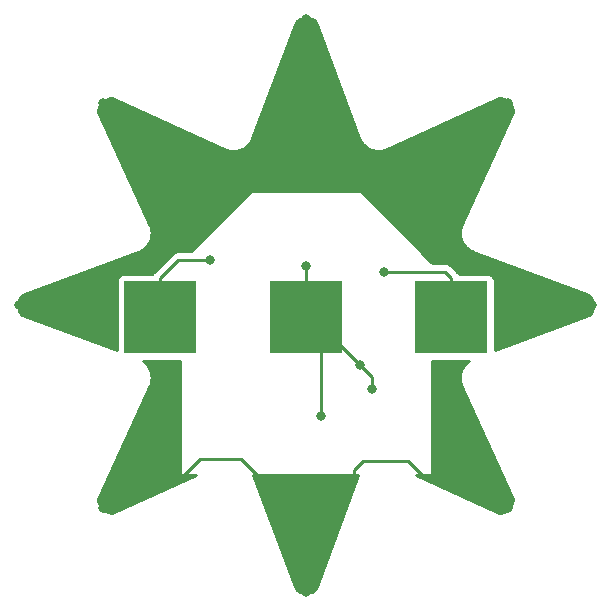
<source format=gbr>
G04 #@! TF.GenerationSoftware,KiCad,Pcbnew,5.1.5-52549c5~86~ubuntu19.04.1*
G04 #@! TF.CreationDate,2020-07-03T08:07:59-07:00*
G04 #@! TF.ProjectId,smd-star,736d642d-7374-4617-922e-6b696361645f,rev?*
G04 #@! TF.SameCoordinates,Original*
G04 #@! TF.FileFunction,Copper,L2,Bot*
G04 #@! TF.FilePolarity,Positive*
%FSLAX46Y46*%
G04 Gerber Fmt 4.6, Leading zero omitted, Abs format (unit mm)*
G04 Created by KiCad (PCBNEW 5.1.5-52549c5~86~ubuntu19.04.1) date 2020-07-03 08:07:59*
%MOMM*%
%LPD*%
G04 APERTURE LIST*
%ADD10R,6.070000X6.070000*%
%ADD11C,0.800000*%
%ADD12C,0.250000*%
%ADD13C,0.254000*%
G04 APERTURE END LIST*
D10*
X0Y-1016000D03*
X12330000Y-1016000D03*
X-12330000Y-1016000D03*
D11*
X0Y-508000D03*
X0Y24250000D03*
X0Y-24250000D03*
X24250000Y0D03*
X-24250000Y0D03*
X-17147000Y-17147000D03*
X17147000Y17147000D03*
X17147000Y-17147000D03*
X-17147000Y17147000D03*
X-2286000Y-15494000D03*
X-9144000Y6604000D03*
X9144000Y6604000D03*
X0Y3302000D03*
X1270000Y-9398000D03*
X5588000Y-7112000D03*
X4572000Y-5080000D03*
X-8128000Y3810000D03*
X6604000Y2794000D03*
X16510000Y-1778000D03*
X11181409Y-6646797D03*
D12*
X4064000Y-14732000D02*
X4064000Y-13970000D01*
X8636000Y-13208000D02*
X9906000Y-14478000D01*
X4826000Y-13208000D02*
X8636000Y-13208000D01*
X4064000Y-13970000D02*
X4826000Y-13208000D01*
X-4064000Y-14478000D02*
X-4064000Y-14456297D01*
X-5470191Y-13050107D02*
X-8986107Y-13050107D01*
X-4064000Y-14456297D02*
X-5470191Y-13050107D01*
X-8986107Y-13050107D02*
X-10414000Y-14478000D01*
X0Y3302000D02*
X0Y-1016000D01*
X1270000Y-2286000D02*
X0Y-1016000D01*
X1270000Y-9398000D02*
X1270000Y-2286000D01*
X5588000Y-6096000D02*
X4572000Y-5080000D01*
X5588000Y-7112000D02*
X5588000Y-6096000D01*
X508000Y-1016000D02*
X0Y-1016000D01*
X4572000Y-5080000D02*
X508000Y-1016000D01*
X-12330000Y2269000D02*
X-10789000Y3810000D01*
X-12330000Y-1016000D02*
X-12330000Y2269000D01*
X-10789000Y3810000D02*
X-8128000Y3810000D01*
X11805000Y2794000D02*
X6604000Y2794000D01*
X12330000Y-1016000D02*
X12330000Y2269000D01*
X12330000Y2269000D02*
X11805000Y2794000D01*
D13*
G36*
X857095Y-24017336D02*
G01*
X743509Y-24110637D01*
X513626Y-24233900D01*
X264173Y-24310165D01*
X4667Y-24336525D01*
X-255024Y-24311977D01*
X-504999Y-24237456D01*
X-735733Y-24115804D01*
X-856994Y-24017608D01*
X-4436970Y-14351000D01*
X4436969Y-14351000D01*
X857095Y-24017336D01*
G37*
X857095Y-24017336D02*
X743509Y-24110637D01*
X513626Y-24233900D01*
X264173Y-24310165D01*
X4667Y-24336525D01*
X-255024Y-24311977D01*
X-504999Y-24237456D01*
X-735733Y-24115804D01*
X-856994Y-24017608D01*
X-4436970Y-14351000D01*
X4436969Y-14351000D01*
X857095Y-24017336D01*
G36*
X13805273Y-4695821D02*
G01*
X13797988Y-4701464D01*
X13633654Y-4830581D01*
X13590459Y-4871941D01*
X13546666Y-4912717D01*
X13540615Y-4919667D01*
X13404490Y-5078245D01*
X13370127Y-5127242D01*
X13335116Y-5175708D01*
X13330530Y-5183702D01*
X13227798Y-5365700D01*
X13203623Y-5420401D01*
X13178673Y-5474788D01*
X13175727Y-5483520D01*
X13110303Y-5682005D01*
X13097208Y-5740384D01*
X13083304Y-5798552D01*
X13082110Y-5807689D01*
X13056484Y-6015103D01*
X13054979Y-6074872D01*
X13052636Y-6134677D01*
X13053240Y-6143872D01*
X13068389Y-6352313D01*
X13078523Y-6411245D01*
X13087839Y-6470356D01*
X13090218Y-6479259D01*
X13134013Y-6638723D01*
X13136909Y-6659889D01*
X13168698Y-6751990D01*
X17588731Y-16376243D01*
X17574375Y-16522660D01*
X17498965Y-16772429D01*
X17376477Y-17002794D01*
X17211579Y-17204979D01*
X17010546Y-17371288D01*
X16781046Y-17495378D01*
X16531805Y-17572531D01*
X16376508Y-17588853D01*
X9326354Y-14351000D01*
X10555000Y-14351000D01*
X10579776Y-14348560D01*
X10603601Y-14341333D01*
X10625557Y-14329597D01*
X10644803Y-14313803D01*
X10660597Y-14294557D01*
X10672333Y-14272601D01*
X10679560Y-14248776D01*
X10682000Y-14224000D01*
X10682000Y-4689072D01*
X13816177Y-4689072D01*
X13805273Y-4695821D01*
G37*
X13805273Y-4695821D02*
X13797988Y-4701464D01*
X13633654Y-4830581D01*
X13590459Y-4871941D01*
X13546666Y-4912717D01*
X13540615Y-4919667D01*
X13404490Y-5078245D01*
X13370127Y-5127242D01*
X13335116Y-5175708D01*
X13330530Y-5183702D01*
X13227798Y-5365700D01*
X13203623Y-5420401D01*
X13178673Y-5474788D01*
X13175727Y-5483520D01*
X13110303Y-5682005D01*
X13097208Y-5740384D01*
X13083304Y-5798552D01*
X13082110Y-5807689D01*
X13056484Y-6015103D01*
X13054979Y-6074872D01*
X13052636Y-6134677D01*
X13053240Y-6143872D01*
X13068389Y-6352313D01*
X13078523Y-6411245D01*
X13087839Y-6470356D01*
X13090218Y-6479259D01*
X13134013Y-6638723D01*
X13136909Y-6659889D01*
X13168698Y-6751990D01*
X17588731Y-16376243D01*
X17574375Y-16522660D01*
X17498965Y-16772429D01*
X17376477Y-17002794D01*
X17211579Y-17204979D01*
X17010546Y-17371288D01*
X16781046Y-17495378D01*
X16531805Y-17572531D01*
X16376508Y-17588853D01*
X9326354Y-14351000D01*
X10555000Y-14351000D01*
X10579776Y-14348560D01*
X10603601Y-14341333D01*
X10625557Y-14329597D01*
X10644803Y-14313803D01*
X10660597Y-14294557D01*
X10672333Y-14272601D01*
X10679560Y-14248776D01*
X10682000Y-14224000D01*
X10682000Y-4689072D01*
X13816177Y-4689072D01*
X13805273Y-4695821D01*
G36*
X-10682000Y-14224000D02*
G01*
X-10679560Y-14248776D01*
X-10672333Y-14272601D01*
X-10660597Y-14294557D01*
X-10644803Y-14313803D01*
X-10625557Y-14329597D01*
X-10603601Y-14341333D01*
X-10579776Y-14348560D01*
X-10555000Y-14351000D01*
X-9326355Y-14351000D01*
X-16376241Y-17588732D01*
X-16522660Y-17574375D01*
X-16772429Y-17498965D01*
X-17002794Y-17376477D01*
X-17204979Y-17211579D01*
X-17371288Y-17010546D01*
X-17495378Y-16781046D01*
X-17572531Y-16531805D01*
X-17588853Y-16376506D01*
X-13168698Y-6751992D01*
X-13136909Y-6659890D01*
X-13134519Y-6642425D01*
X-13087773Y-6467440D01*
X-13078052Y-6408446D01*
X-13067498Y-6349536D01*
X-13066830Y-6340345D01*
X-13053136Y-6131804D01*
X-13055060Y-6072022D01*
X-13056149Y-6012203D01*
X-13057279Y-6003067D01*
X-13057279Y-6003061D01*
X-13057280Y-6003056D01*
X-13084354Y-5795828D01*
X-13097843Y-5737601D01*
X-13110538Y-5679097D01*
X-13113423Y-5670345D01*
X-13180231Y-5472321D01*
X-13204788Y-5417790D01*
X-13228593Y-5362892D01*
X-13233123Y-5354868D01*
X-13337123Y-5173592D01*
X-13371813Y-5124856D01*
X-13405814Y-5075648D01*
X-13411816Y-5068656D01*
X-13549044Y-4911032D01*
X-13592512Y-4869988D01*
X-13635457Y-4828289D01*
X-13642704Y-4822596D01*
X-13807936Y-4694629D01*
X-13816775Y-4689072D01*
X-10682000Y-4689072D01*
X-10682000Y-14224000D01*
G37*
X-10682000Y-14224000D02*
X-10679560Y-14248776D01*
X-10672333Y-14272601D01*
X-10660597Y-14294557D01*
X-10644803Y-14313803D01*
X-10625557Y-14329597D01*
X-10603601Y-14341333D01*
X-10579776Y-14348560D01*
X-10555000Y-14351000D01*
X-9326355Y-14351000D01*
X-16376241Y-17588732D01*
X-16522660Y-17574375D01*
X-16772429Y-17498965D01*
X-17002794Y-17376477D01*
X-17204979Y-17211579D01*
X-17371288Y-17010546D01*
X-17495378Y-16781046D01*
X-17572531Y-16531805D01*
X-17588853Y-16376506D01*
X-13168698Y-6751992D01*
X-13136909Y-6659890D01*
X-13134519Y-6642425D01*
X-13087773Y-6467440D01*
X-13078052Y-6408446D01*
X-13067498Y-6349536D01*
X-13066830Y-6340345D01*
X-13053136Y-6131804D01*
X-13055060Y-6072022D01*
X-13056149Y-6012203D01*
X-13057279Y-6003067D01*
X-13057279Y-6003061D01*
X-13057280Y-6003056D01*
X-13084354Y-5795828D01*
X-13097843Y-5737601D01*
X-13110538Y-5679097D01*
X-13113423Y-5670345D01*
X-13180231Y-5472321D01*
X-13204788Y-5417790D01*
X-13228593Y-5362892D01*
X-13233123Y-5354868D01*
X-13337123Y-5173592D01*
X-13371813Y-5124856D01*
X-13405814Y-5075648D01*
X-13411816Y-5068656D01*
X-13549044Y-4911032D01*
X-13592512Y-4869988D01*
X-13635457Y-4828289D01*
X-13642704Y-4822596D01*
X-13807936Y-4694629D01*
X-13816775Y-4689072D01*
X-10682000Y-4689072D01*
X-10682000Y-14224000D01*
G36*
X255023Y24311977D02*
G01*
X504998Y24237456D01*
X735736Y24115802D01*
X856995Y24017608D01*
X4515339Y14139386D01*
X4530969Y14107264D01*
X4533289Y14101078D01*
X4537409Y14092835D01*
X4550847Y14066412D01*
X4557970Y14051774D01*
X4558946Y14050488D01*
X4632149Y13906553D01*
X4664315Y13856173D01*
X4695821Y13805273D01*
X4701464Y13797988D01*
X4830581Y13633654D01*
X4871922Y13590479D01*
X4912716Y13546666D01*
X4919667Y13540615D01*
X5078245Y13404491D01*
X5127194Y13370161D01*
X5175708Y13335116D01*
X5183702Y13330530D01*
X5365700Y13227798D01*
X5420389Y13203628D01*
X5474788Y13178673D01*
X5483519Y13175727D01*
X5682005Y13110303D01*
X5740352Y13097216D01*
X5798552Y13083304D01*
X5807689Y13082110D01*
X6015103Y13056484D01*
X6074872Y13054979D01*
X6134677Y13052636D01*
X6143872Y13053240D01*
X6352313Y13068389D01*
X6411245Y13078523D01*
X6470356Y13087839D01*
X6479259Y13090218D01*
X6638723Y13134013D01*
X6659889Y13136909D01*
X6751990Y13168698D01*
X16376243Y17588731D01*
X16522659Y17574375D01*
X16772429Y17498965D01*
X17002792Y17376478D01*
X17204980Y17211578D01*
X17371286Y17010550D01*
X17495378Y16781046D01*
X17572531Y16531805D01*
X17588853Y16376508D01*
X13168698Y6751990D01*
X13136909Y6659889D01*
X13134519Y6642426D01*
X13087773Y6467440D01*
X13078052Y6408446D01*
X13067498Y6349536D01*
X13066830Y6340345D01*
X13053136Y6131804D01*
X13055060Y6072022D01*
X13056149Y6012203D01*
X13057279Y6003068D01*
X13057279Y6003061D01*
X13057280Y6003058D01*
X13084354Y5795828D01*
X13097843Y5737601D01*
X13110538Y5679097D01*
X13113423Y5670345D01*
X13180231Y5472321D01*
X13204794Y5417776D01*
X13228593Y5362893D01*
X13233123Y5354868D01*
X13337123Y5173592D01*
X13371813Y5124856D01*
X13405814Y5075648D01*
X13411816Y5068656D01*
X13549044Y4911032D01*
X13592532Y4869970D01*
X13635458Y4828289D01*
X13642704Y4822596D01*
X13807936Y4694629D01*
X13858573Y4662795D01*
X13908768Y4630251D01*
X13916982Y4626073D01*
X14048953Y4560111D01*
X14051774Y4557970D01*
X14139386Y4515340D01*
X24017337Y857095D01*
X24110638Y743508D01*
X24233900Y513625D01*
X24310165Y264177D01*
X24336525Y4667D01*
X24311977Y-255024D01*
X24237456Y-504999D01*
X24115804Y-735733D01*
X24017608Y-856994D01*
X16003072Y-3825134D01*
X16003072Y2019000D01*
X15990812Y2143482D01*
X15954502Y2263180D01*
X15895537Y2373494D01*
X15816185Y2470185D01*
X15719494Y2549537D01*
X15609180Y2608502D01*
X15489482Y2644812D01*
X15365000Y2657072D01*
X12984326Y2657072D01*
X12964974Y2693277D01*
X12893799Y2780003D01*
X12870001Y2809001D01*
X12841002Y2832800D01*
X12368803Y3304998D01*
X12345001Y3334001D01*
X12229276Y3428974D01*
X12097247Y3499546D01*
X11953986Y3543003D01*
X11842333Y3554000D01*
X11842322Y3554000D01*
X11805000Y3557676D01*
X11767678Y3554000D01*
X10682000Y3554000D01*
X10682000Y3564000D01*
X10679560Y3588776D01*
X10672333Y3612601D01*
X10660597Y3634557D01*
X10644803Y3653803D01*
X4661803Y9636803D01*
X4642557Y9652597D01*
X4620601Y9664333D01*
X4596776Y9671560D01*
X4572000Y9674000D01*
X-4572000Y9674000D01*
X-4596776Y9671560D01*
X-4620601Y9664333D01*
X-4642557Y9652597D01*
X-4661803Y9636803D01*
X-9728606Y4570000D01*
X-10751678Y4570000D01*
X-10789001Y4573676D01*
X-10826324Y4570000D01*
X-10826333Y4570000D01*
X-10937986Y4559003D01*
X-11081247Y4515546D01*
X-11213277Y4444974D01*
X-11296917Y4376332D01*
X-11329001Y4350001D01*
X-11352799Y4321003D01*
X-12841002Y2832799D01*
X-12870000Y2809001D01*
X-12893798Y2780003D01*
X-12893799Y2780002D01*
X-12964974Y2693276D01*
X-12984326Y2657072D01*
X-15365000Y2657072D01*
X-15489482Y2644812D01*
X-15609180Y2608502D01*
X-15719494Y2549537D01*
X-15816185Y2470185D01*
X-15895537Y2373494D01*
X-15954502Y2263180D01*
X-15990812Y2143482D01*
X-16003072Y2019000D01*
X-16003072Y-3825133D01*
X-24017336Y-857095D01*
X-24110637Y-743509D01*
X-24233900Y-513626D01*
X-24310165Y-264173D01*
X-24336525Y-4667D01*
X-24311977Y255023D01*
X-24237456Y504998D01*
X-24115802Y735736D01*
X-24017608Y856995D01*
X-14169427Y4504213D01*
X-14169425Y4504214D01*
X-14169399Y4504224D01*
X-14139386Y4515339D01*
X-14107264Y4530969D01*
X-14101078Y4533289D01*
X-14092835Y4537409D01*
X-14066412Y4550847D01*
X-14051774Y4557970D01*
X-14050488Y4558946D01*
X-13906553Y4632149D01*
X-13856173Y4664315D01*
X-13805273Y4695821D01*
X-13797988Y4701464D01*
X-13633654Y4830581D01*
X-13590479Y4871922D01*
X-13546666Y4912716D01*
X-13540615Y4919667D01*
X-13404491Y5078245D01*
X-13370161Y5127194D01*
X-13335116Y5175708D01*
X-13330530Y5183702D01*
X-13227798Y5365700D01*
X-13203628Y5420389D01*
X-13178673Y5474788D01*
X-13175727Y5483519D01*
X-13110303Y5682005D01*
X-13097216Y5740352D01*
X-13083304Y5798552D01*
X-13082110Y5807689D01*
X-13056484Y6015103D01*
X-13054979Y6074872D01*
X-13052636Y6134677D01*
X-13053240Y6143872D01*
X-13068389Y6352312D01*
X-13078522Y6411239D01*
X-13087839Y6470356D01*
X-13090218Y6479259D01*
X-13134013Y6638723D01*
X-13136909Y6659890D01*
X-13168698Y6751992D01*
X-17588732Y16376241D01*
X-17574375Y16522659D01*
X-17498965Y16772429D01*
X-17376478Y17002792D01*
X-17211578Y17204980D01*
X-17010550Y17371286D01*
X-16781046Y17495378D01*
X-16531805Y17572531D01*
X-16376506Y17588853D01*
X-6751992Y13168698D01*
X-6659890Y13136909D01*
X-6642425Y13134519D01*
X-6467440Y13087773D01*
X-6408446Y13078052D01*
X-6349536Y13067498D01*
X-6340345Y13066830D01*
X-6131804Y13053136D01*
X-6072022Y13055060D01*
X-6012203Y13056149D01*
X-6003068Y13057279D01*
X-6003061Y13057279D01*
X-6003055Y13057280D01*
X-5795828Y13084354D01*
X-5737601Y13097843D01*
X-5679097Y13110538D01*
X-5670345Y13113423D01*
X-5472321Y13180231D01*
X-5417776Y13204794D01*
X-5362893Y13228593D01*
X-5354868Y13233123D01*
X-5173592Y13337123D01*
X-5124856Y13371813D01*
X-5075648Y13405814D01*
X-5068656Y13411816D01*
X-4911032Y13549044D01*
X-4869970Y13592532D01*
X-4828289Y13635458D01*
X-4822596Y13642704D01*
X-4694629Y13807936D01*
X-4662795Y13858573D01*
X-4630251Y13908768D01*
X-4626073Y13916982D01*
X-4560111Y14048953D01*
X-4557970Y14051774D01*
X-4515340Y14139386D01*
X-857095Y24017337D01*
X-743508Y24110638D01*
X-513625Y24233900D01*
X-264177Y24310165D01*
X-4667Y24336525D01*
X255023Y24311977D01*
G37*
X255023Y24311977D02*
X504998Y24237456D01*
X735736Y24115802D01*
X856995Y24017608D01*
X4515339Y14139386D01*
X4530969Y14107264D01*
X4533289Y14101078D01*
X4537409Y14092835D01*
X4550847Y14066412D01*
X4557970Y14051774D01*
X4558946Y14050488D01*
X4632149Y13906553D01*
X4664315Y13856173D01*
X4695821Y13805273D01*
X4701464Y13797988D01*
X4830581Y13633654D01*
X4871922Y13590479D01*
X4912716Y13546666D01*
X4919667Y13540615D01*
X5078245Y13404491D01*
X5127194Y13370161D01*
X5175708Y13335116D01*
X5183702Y13330530D01*
X5365700Y13227798D01*
X5420389Y13203628D01*
X5474788Y13178673D01*
X5483519Y13175727D01*
X5682005Y13110303D01*
X5740352Y13097216D01*
X5798552Y13083304D01*
X5807689Y13082110D01*
X6015103Y13056484D01*
X6074872Y13054979D01*
X6134677Y13052636D01*
X6143872Y13053240D01*
X6352313Y13068389D01*
X6411245Y13078523D01*
X6470356Y13087839D01*
X6479259Y13090218D01*
X6638723Y13134013D01*
X6659889Y13136909D01*
X6751990Y13168698D01*
X16376243Y17588731D01*
X16522659Y17574375D01*
X16772429Y17498965D01*
X17002792Y17376478D01*
X17204980Y17211578D01*
X17371286Y17010550D01*
X17495378Y16781046D01*
X17572531Y16531805D01*
X17588853Y16376508D01*
X13168698Y6751990D01*
X13136909Y6659889D01*
X13134519Y6642426D01*
X13087773Y6467440D01*
X13078052Y6408446D01*
X13067498Y6349536D01*
X13066830Y6340345D01*
X13053136Y6131804D01*
X13055060Y6072022D01*
X13056149Y6012203D01*
X13057279Y6003068D01*
X13057279Y6003061D01*
X13057280Y6003058D01*
X13084354Y5795828D01*
X13097843Y5737601D01*
X13110538Y5679097D01*
X13113423Y5670345D01*
X13180231Y5472321D01*
X13204794Y5417776D01*
X13228593Y5362893D01*
X13233123Y5354868D01*
X13337123Y5173592D01*
X13371813Y5124856D01*
X13405814Y5075648D01*
X13411816Y5068656D01*
X13549044Y4911032D01*
X13592532Y4869970D01*
X13635458Y4828289D01*
X13642704Y4822596D01*
X13807936Y4694629D01*
X13858573Y4662795D01*
X13908768Y4630251D01*
X13916982Y4626073D01*
X14048953Y4560111D01*
X14051774Y4557970D01*
X14139386Y4515340D01*
X24017337Y857095D01*
X24110638Y743508D01*
X24233900Y513625D01*
X24310165Y264177D01*
X24336525Y4667D01*
X24311977Y-255024D01*
X24237456Y-504999D01*
X24115804Y-735733D01*
X24017608Y-856994D01*
X16003072Y-3825134D01*
X16003072Y2019000D01*
X15990812Y2143482D01*
X15954502Y2263180D01*
X15895537Y2373494D01*
X15816185Y2470185D01*
X15719494Y2549537D01*
X15609180Y2608502D01*
X15489482Y2644812D01*
X15365000Y2657072D01*
X12984326Y2657072D01*
X12964974Y2693277D01*
X12893799Y2780003D01*
X12870001Y2809001D01*
X12841002Y2832800D01*
X12368803Y3304998D01*
X12345001Y3334001D01*
X12229276Y3428974D01*
X12097247Y3499546D01*
X11953986Y3543003D01*
X11842333Y3554000D01*
X11842322Y3554000D01*
X11805000Y3557676D01*
X11767678Y3554000D01*
X10682000Y3554000D01*
X10682000Y3564000D01*
X10679560Y3588776D01*
X10672333Y3612601D01*
X10660597Y3634557D01*
X10644803Y3653803D01*
X4661803Y9636803D01*
X4642557Y9652597D01*
X4620601Y9664333D01*
X4596776Y9671560D01*
X4572000Y9674000D01*
X-4572000Y9674000D01*
X-4596776Y9671560D01*
X-4620601Y9664333D01*
X-4642557Y9652597D01*
X-4661803Y9636803D01*
X-9728606Y4570000D01*
X-10751678Y4570000D01*
X-10789001Y4573676D01*
X-10826324Y4570000D01*
X-10826333Y4570000D01*
X-10937986Y4559003D01*
X-11081247Y4515546D01*
X-11213277Y4444974D01*
X-11296917Y4376332D01*
X-11329001Y4350001D01*
X-11352799Y4321003D01*
X-12841002Y2832799D01*
X-12870000Y2809001D01*
X-12893798Y2780003D01*
X-12893799Y2780002D01*
X-12964974Y2693276D01*
X-12984326Y2657072D01*
X-15365000Y2657072D01*
X-15489482Y2644812D01*
X-15609180Y2608502D01*
X-15719494Y2549537D01*
X-15816185Y2470185D01*
X-15895537Y2373494D01*
X-15954502Y2263180D01*
X-15990812Y2143482D01*
X-16003072Y2019000D01*
X-16003072Y-3825133D01*
X-24017336Y-857095D01*
X-24110637Y-743509D01*
X-24233900Y-513626D01*
X-24310165Y-264173D01*
X-24336525Y-4667D01*
X-24311977Y255023D01*
X-24237456Y504998D01*
X-24115802Y735736D01*
X-24017608Y856995D01*
X-14169427Y4504213D01*
X-14169425Y4504214D01*
X-14169399Y4504224D01*
X-14139386Y4515339D01*
X-14107264Y4530969D01*
X-14101078Y4533289D01*
X-14092835Y4537409D01*
X-14066412Y4550847D01*
X-14051774Y4557970D01*
X-14050488Y4558946D01*
X-13906553Y4632149D01*
X-13856173Y4664315D01*
X-13805273Y4695821D01*
X-13797988Y4701464D01*
X-13633654Y4830581D01*
X-13590479Y4871922D01*
X-13546666Y4912716D01*
X-13540615Y4919667D01*
X-13404491Y5078245D01*
X-13370161Y5127194D01*
X-13335116Y5175708D01*
X-13330530Y5183702D01*
X-13227798Y5365700D01*
X-13203628Y5420389D01*
X-13178673Y5474788D01*
X-13175727Y5483519D01*
X-13110303Y5682005D01*
X-13097216Y5740352D01*
X-13083304Y5798552D01*
X-13082110Y5807689D01*
X-13056484Y6015103D01*
X-13054979Y6074872D01*
X-13052636Y6134677D01*
X-13053240Y6143872D01*
X-13068389Y6352312D01*
X-13078522Y6411239D01*
X-13087839Y6470356D01*
X-13090218Y6479259D01*
X-13134013Y6638723D01*
X-13136909Y6659890D01*
X-13168698Y6751992D01*
X-17588732Y16376241D01*
X-17574375Y16522659D01*
X-17498965Y16772429D01*
X-17376478Y17002792D01*
X-17211578Y17204980D01*
X-17010550Y17371286D01*
X-16781046Y17495378D01*
X-16531805Y17572531D01*
X-16376506Y17588853D01*
X-6751992Y13168698D01*
X-6659890Y13136909D01*
X-6642425Y13134519D01*
X-6467440Y13087773D01*
X-6408446Y13078052D01*
X-6349536Y13067498D01*
X-6340345Y13066830D01*
X-6131804Y13053136D01*
X-6072022Y13055060D01*
X-6012203Y13056149D01*
X-6003068Y13057279D01*
X-6003061Y13057279D01*
X-6003055Y13057280D01*
X-5795828Y13084354D01*
X-5737601Y13097843D01*
X-5679097Y13110538D01*
X-5670345Y13113423D01*
X-5472321Y13180231D01*
X-5417776Y13204794D01*
X-5362893Y13228593D01*
X-5354868Y13233123D01*
X-5173592Y13337123D01*
X-5124856Y13371813D01*
X-5075648Y13405814D01*
X-5068656Y13411816D01*
X-4911032Y13549044D01*
X-4869970Y13592532D01*
X-4828289Y13635458D01*
X-4822596Y13642704D01*
X-4694629Y13807936D01*
X-4662795Y13858573D01*
X-4630251Y13908768D01*
X-4626073Y13916982D01*
X-4560111Y14048953D01*
X-4557970Y14051774D01*
X-4515340Y14139386D01*
X-857095Y24017337D01*
X-743508Y24110638D01*
X-513625Y24233900D01*
X-264177Y24310165D01*
X-4667Y24336525D01*
X255023Y24311977D01*
M02*

</source>
